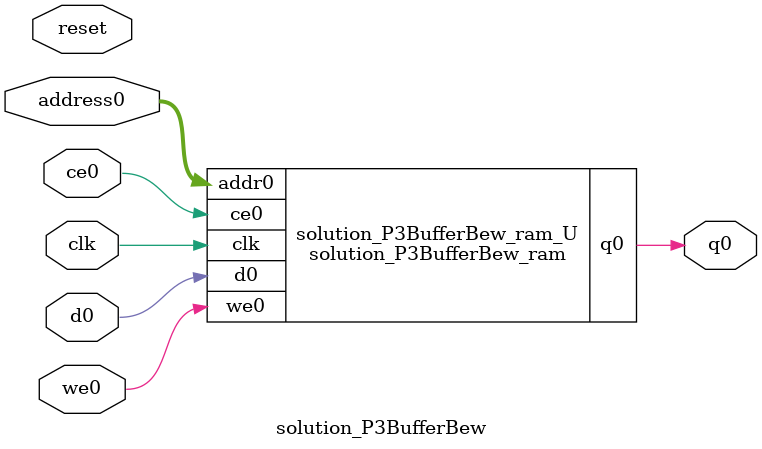
<source format=v>

`timescale 1 ns / 1 ps
module solution_P3BufferBew_ram (addr0, ce0, d0, we0, q0,  clk);

parameter DWIDTH = 1;
parameter AWIDTH = 10;
parameter MEM_SIZE = 1000;

input[AWIDTH-1:0] addr0;
input ce0;
input[DWIDTH-1:0] d0;
input we0;
output reg[DWIDTH-1:0] q0;
input clk;

(* ram_style = "distributed" *)reg [DWIDTH-1:0] ram[0:MEM_SIZE-1];




always @(posedge clk)  
begin 
    if (ce0) 
    begin
        if (we0) 
        begin 
            ram[addr0] <= d0; 
            q0 <= d0;
        end 
        else 
            q0 <= ram[addr0];
    end
end


endmodule


`timescale 1 ns / 1 ps
module solution_P3BufferBew(
    reset,
    clk,
    address0,
    ce0,
    we0,
    d0,
    q0);

parameter DataWidth = 32'd1;
parameter AddressRange = 32'd1000;
parameter AddressWidth = 32'd10;
input reset;
input clk;
input[AddressWidth - 1:0] address0;
input ce0;
input we0;
input[DataWidth - 1:0] d0;
output[DataWidth - 1:0] q0;



solution_P3BufferBew_ram solution_P3BufferBew_ram_U(
    .clk( clk ),
    .addr0( address0 ),
    .ce0( ce0 ),
    .we0( we0 ),
    .d0( d0 ),
    .q0( q0 ));

endmodule


</source>
